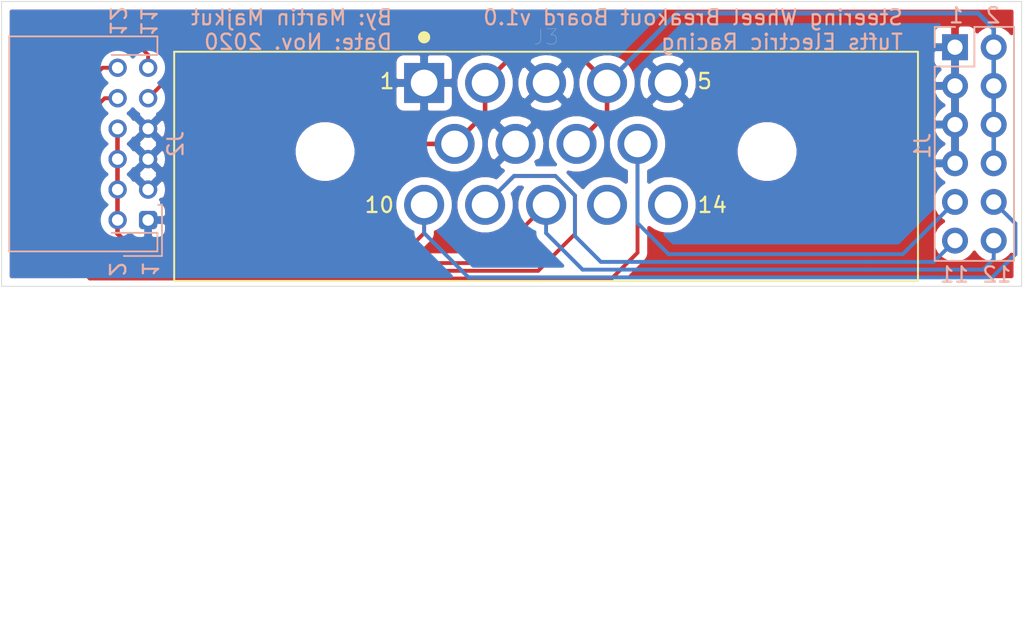
<source format=kicad_pcb>
(kicad_pcb (version 20171130) (host pcbnew "(5.1.4)-1")

  (general
    (thickness 1.6)
    (drawings 18)
    (tracks 87)
    (zones 0)
    (modules 3)
    (nets 9)
  )

  (page A4)
  (title_block
    (title "Steering Wheel Breakout Board")
    (date 2020-11-07)
    (rev v1.0)
    (company "Tufts Electric Racing")
    (comment 3 "Date: Nov. 2020")
    (comment 4 "By: Martin Majkut")
  )

  (layers
    (0 F.Cu signal)
    (31 B.Cu signal)
    (32 B.Adhes user hide)
    (33 F.Adhes user hide)
    (34 B.Paste user hide)
    (35 F.Paste user hide)
    (36 B.SilkS user)
    (37 F.SilkS user)
    (38 B.Mask user)
    (39 F.Mask user)
    (40 Dwgs.User user hide)
    (41 Cmts.User user hide)
    (42 Eco1.User user hide)
    (43 Eco2.User user hide)
    (44 Edge.Cuts user)
    (45 Margin user hide)
    (46 B.CrtYd user hide)
    (47 F.CrtYd user hide)
    (48 B.Fab user hide)
    (49 F.Fab user hide)
  )

  (setup
    (last_trace_width 0.254)
    (user_trace_width 0.29972)
    (trace_clearance 0.254)
    (zone_clearance 0.508)
    (zone_45_only no)
    (trace_min 0.1524)
    (via_size 0.762)
    (via_drill 0.381)
    (via_min_size 0.6858)
    (via_min_drill 0.3302)
    (uvia_size 0.762)
    (uvia_drill 0.381)
    (uvias_allowed no)
    (uvia_min_size 0)
    (uvia_min_drill 0)
    (edge_width 0.05)
    (segment_width 0.2)
    (pcb_text_width 0.3)
    (pcb_text_size 1.5 1.5)
    (mod_edge_width 0.12)
    (mod_text_size 1 1)
    (mod_text_width 0.15)
    (pad_size 1.524 1.524)
    (pad_drill 0.762)
    (pad_to_mask_clearance 0.0508)
    (solder_mask_min_width 0.101)
    (aux_axis_origin 0 0)
    (visible_elements 7FFFFFFF)
    (pcbplotparams
      (layerselection 0x010f0_ffffffff)
      (usegerberextensions false)
      (usegerberattributes false)
      (usegerberadvancedattributes false)
      (creategerberjobfile false)
      (excludeedgelayer true)
      (linewidth 0.100000)
      (plotframeref false)
      (viasonmask false)
      (mode 1)
      (useauxorigin false)
      (hpglpennumber 1)
      (hpglpenspeed 20)
      (hpglpendiameter 15.000000)
      (psnegative false)
      (psa4output false)
      (plotreference true)
      (plotvalue true)
      (plotinvisibletext false)
      (padsonsilk false)
      (subtractmaskfromsilk false)
      (outputformat 1)
      (mirror false)
      (drillshape 0)
      (scaleselection 1)
      (outputdirectory "gerbers"))
  )

  (net 0 "")
  (net 1 GND)
  (net 2 12V)
  (net 3 Start_Input)
  (net 4 CAN_Low)
  (net 5 IMD_LED_Input)
  (net 6 CAN_High)
  (net 7 "Net-(J3-Pad13)")
  (net 8 "Net-(J3-Pad14)")

  (net_class Default "This is the default net class."
    (clearance 0.254)
    (trace_width 0.254)
    (via_dia 0.762)
    (via_drill 0.381)
    (uvia_dia 0.762)
    (uvia_drill 0.381)
    (add_net 12V)
    (add_net CAN_High)
    (add_net CAN_Low)
    (add_net GND)
    (add_net IMD_LED_Input)
    (add_net "Net-(J3-Pad13)")
    (add_net "Net-(J3-Pad14)")
    (add_net Start_Input)
  )

  (module TE-Connectivity_TE_776266-1:TE_776266-1 (layer F.Cu) (tedit 5FA8CD6E) (tstamp 5FAF693A)
    (at 150 100)
    (path /5FA8EFE0)
    (fp_text reference J3 (at -0.0064 -7.0202) (layer F.SilkS)
      (effects (font (size 1.001945 1.001945) (thickness 0.015)))
    )
    (fp_text value Conn_01x14 (at 0.0698 14.2142) (layer F.Fab)
      (effects (font (size 1.000559 1.000559) (thickness 0.015)))
    )
    (fp_line (start -24.4 9) (end 24.4 9) (layer F.Fab) (width 0.127))
    (fp_line (start 24.4 9) (end 24.4 12.55) (layer F.Fab) (width 0.127))
    (fp_line (start 24.4 9) (end 24.4 -6.05) (layer F.Fab) (width 0.127))
    (fp_line (start 24.4 -6.05) (end -24.4 -6.05) (layer F.Fab) (width 0.127))
    (fp_line (start -24.4 -6.05) (end -24.4 9) (layer F.Fab) (width 0.127))
    (fp_text user PCB~edge (at -3.86058 11.5487) (layer F.Fab)
      (effects (font (size 1.000669 1.000669) (thickness 0.015)))
    )
    (fp_line (start -24.4 12.55) (end -24.4 9) (layer F.Fab) (width 0.127))
    (fp_line (start -24.4 12.55) (end -15.7 12.55) (layer F.Fab) (width 0.127))
    (fp_line (start -15.7 12.55) (end 15.7 12.55) (layer F.Fab) (width 0.127))
    (fp_line (start 15.7 12.55) (end 24.4 12.55) (layer F.Fab) (width 0.127))
    (fp_line (start -15.7 12.55) (end -15.7 31.85) (layer F.Fab) (width 0.127))
    (fp_line (start -15.7 31.85) (end 15.7 31.85) (layer F.Fab) (width 0.127))
    (fp_line (start 15.7 31.85) (end 15.7 12.55) (layer F.Fab) (width 0.127))
    (fp_line (start -24.4 9) (end 24.4 9) (layer F.SilkS) (width 0.127))
    (fp_line (start 24.4 9) (end 24.4 -6.05) (layer F.SilkS) (width 0.127))
    (fp_line (start -24.4 -6.05) (end -24.4 9) (layer F.SilkS) (width 0.127))
    (fp_line (start -24.4 -6.05) (end 24.4 -6.05) (layer F.SilkS) (width 0.127))
    (fp_circle (center -8 -7) (end -7.8 -7) (layer F.SilkS) (width 0.4))
    (fp_line (start -24.65 -6.3) (end 24.65 -6.3) (layer F.CrtYd) (width 0.05))
    (fp_line (start 24.65 -6.3) (end 24.65 12.8) (layer F.CrtYd) (width 0.05))
    (fp_line (start 24.65 12.8) (end 15.95 12.8) (layer F.CrtYd) (width 0.05))
    (fp_line (start 15.95 12.8) (end 15.95 32.1) (layer F.CrtYd) (width 0.05))
    (fp_line (start 15.95 32.1) (end -15.95 32.1) (layer F.CrtYd) (width 0.05))
    (fp_line (start -15.95 32.1) (end -15.95 12.8) (layer F.CrtYd) (width 0.05))
    (fp_line (start -15.95 12.8) (end -24.65 12.8) (layer F.CrtYd) (width 0.05))
    (fp_line (start -24.65 12.8) (end -24.65 -6.3) (layer F.CrtYd) (width 0.05))
    (fp_circle (center -8 -4) (end -7.8 -4) (layer F.Fab) (width 0.4))
    (pad 1 thru_hole rect (at -8 -4) (size 2.625 2.625) (drill 1.75) (layers *.Cu *.Mask)
      (net 1 GND))
    (pad 2 thru_hole circle (at -4 -4) (size 2.625 2.625) (drill 1.75) (layers *.Cu *.Mask)
      (net 2 12V))
    (pad 3 thru_hole circle (at 0 -4) (size 2.625 2.625) (drill 1.75) (layers *.Cu *.Mask)
      (net 1 GND))
    (pad 4 thru_hole circle (at 4 -4) (size 2.625 2.625) (drill 1.75) (layers *.Cu *.Mask)
      (net 2 12V))
    (pad 5 thru_hole circle (at 8 -4) (size 2.625 2.625) (drill 1.75) (layers *.Cu *.Mask)
      (net 1 GND))
    (pad 6 thru_hole circle (at -6 0) (size 2.625 2.625) (drill 1.75) (layers *.Cu *.Mask)
      (net 2 12V))
    (pad 7 thru_hole circle (at -2 0) (size 2.625 2.625) (drill 1.75) (layers *.Cu *.Mask)
      (net 1 GND))
    (pad 8 thru_hole circle (at 2 0) (size 2.625 2.625) (drill 1.75) (layers *.Cu *.Mask)
      (net 2 12V))
    (pad 9 thru_hole circle (at 6 0) (size 2.625 2.625) (drill 1.75) (layers *.Cu *.Mask)
      (net 3 Start_Input))
    (pad 10 thru_hole circle (at -8 4) (size 2.625 2.625) (drill 1.75) (layers *.Cu *.Mask)
      (net 4 CAN_Low))
    (pad 11 thru_hole circle (at -4 4) (size 2.625 2.625) (drill 1.75) (layers *.Cu *.Mask)
      (net 5 IMD_LED_Input))
    (pad 12 thru_hole circle (at 0 4) (size 2.625 2.625) (drill 1.75) (layers *.Cu *.Mask)
      (net 6 CAN_High))
    (pad 13 thru_hole circle (at 4 4) (size 2.625 2.625) (drill 1.75) (layers *.Cu *.Mask)
      (net 7 "Net-(J3-Pad13)"))
    (pad 14 thru_hole circle (at 8 4) (size 2.625 2.625) (drill 1.75) (layers *.Cu *.Mask)
      (net 8 "Net-(J3-Pad14)"))
    (pad None np_thru_hole circle (at -14.5 0.5) (size 2.85 2.85) (drill 2.85) (layers *.Cu *.Mask))
    (pad None np_thru_hole circle (at 14.5 0.5) (size 2.85 2.85) (drill 2.85) (layers *.Cu *.Mask))
  )

  (module Connector_PinSocket_2.54mm:PinSocket_2x06_P2.54mm_Vertical (layer B.Cu) (tedit 5A19A42B) (tstamp 5FAF5F32)
    (at 176.83 93.65 180)
    (descr "Through hole straight socket strip, 2x06, 2.54mm pitch, double cols (from Kicad 4.0.7), script generated")
    (tags "Through hole socket strip THT 2x06 2.54mm double row")
    (path /5FAA108C)
    (fp_text reference J1 (at 2.1336 -6.477 270) (layer B.SilkS)
      (effects (font (size 1 1) (thickness 0.15)) (justify mirror))
    )
    (fp_text value Conn_02x06_Test_Pins (at -1.27 -15.47) (layer B.Fab)
      (effects (font (size 1 1) (thickness 0.15)) (justify mirror))
    )
    (fp_line (start -3.81 1.27) (end 0.27 1.27) (layer B.Fab) (width 0.1))
    (fp_line (start 0.27 1.27) (end 1.27 0.27) (layer B.Fab) (width 0.1))
    (fp_line (start 1.27 0.27) (end 1.27 -13.97) (layer B.Fab) (width 0.1))
    (fp_line (start 1.27 -13.97) (end -3.81 -13.97) (layer B.Fab) (width 0.1))
    (fp_line (start -3.81 -13.97) (end -3.81 1.27) (layer B.Fab) (width 0.1))
    (fp_line (start -3.87 1.33) (end -1.27 1.33) (layer B.SilkS) (width 0.12))
    (fp_line (start -3.87 1.33) (end -3.87 -14.03) (layer B.SilkS) (width 0.12))
    (fp_line (start -3.87 -14.03) (end 1.33 -14.03) (layer B.SilkS) (width 0.12))
    (fp_line (start 1.33 -1.27) (end 1.33 -14.03) (layer B.SilkS) (width 0.12))
    (fp_line (start -1.27 -1.27) (end 1.33 -1.27) (layer B.SilkS) (width 0.12))
    (fp_line (start -1.27 1.33) (end -1.27 -1.27) (layer B.SilkS) (width 0.12))
    (fp_line (start 1.33 1.33) (end 1.33 0) (layer B.SilkS) (width 0.12))
    (fp_line (start 0 1.33) (end 1.33 1.33) (layer B.SilkS) (width 0.12))
    (fp_line (start -4.34 1.8) (end 1.76 1.8) (layer B.CrtYd) (width 0.05))
    (fp_line (start 1.76 1.8) (end 1.76 -14.45) (layer B.CrtYd) (width 0.05))
    (fp_line (start 1.76 -14.45) (end -4.34 -14.45) (layer B.CrtYd) (width 0.05))
    (fp_line (start -4.34 -14.45) (end -4.34 1.8) (layer B.CrtYd) (width 0.05))
    (fp_text user %R (at -1.27 -6.35 270) (layer B.Fab)
      (effects (font (size 1 1) (thickness 0.15)) (justify mirror))
    )
    (pad 1 thru_hole rect (at 0 0 180) (size 1.7 1.7) (drill 1) (layers *.Cu *.Mask)
      (net 1 GND))
    (pad 2 thru_hole oval (at -2.54 0 180) (size 1.7 1.7) (drill 1) (layers *.Cu *.Mask)
      (net 2 12V))
    (pad 3 thru_hole oval (at 0 -2.54 180) (size 1.7 1.7) (drill 1) (layers *.Cu *.Mask)
      (net 1 GND))
    (pad 4 thru_hole oval (at -2.54 -2.54 180) (size 1.7 1.7) (drill 1) (layers *.Cu *.Mask)
      (net 2 12V))
    (pad 5 thru_hole oval (at 0 -5.08 180) (size 1.7 1.7) (drill 1) (layers *.Cu *.Mask)
      (net 1 GND))
    (pad 6 thru_hole oval (at -2.54 -5.08 180) (size 1.7 1.7) (drill 1) (layers *.Cu *.Mask)
      (net 2 12V))
    (pad 7 thru_hole oval (at 0 -7.62 180) (size 1.7 1.7) (drill 1) (layers *.Cu *.Mask)
      (net 1 GND))
    (pad 8 thru_hole oval (at -2.54 -7.62 180) (size 1.7 1.7) (drill 1) (layers *.Cu *.Mask)
      (net 2 12V))
    (pad 9 thru_hole oval (at 0 -10.16 180) (size 1.7 1.7) (drill 1) (layers *.Cu *.Mask)
      (net 3 Start_Input))
    (pad 10 thru_hole oval (at -2.54 -10.16 180) (size 1.7 1.7) (drill 1) (layers *.Cu *.Mask)
      (net 4 CAN_Low))
    (pad 11 thru_hole oval (at 0 -12.7 180) (size 1.7 1.7) (drill 1) (layers *.Cu *.Mask)
      (net 5 IMD_LED_Input))
    (pad 12 thru_hole oval (at -2.54 -12.7 180) (size 1.7 1.7) (drill 1) (layers *.Cu *.Mask)
      (net 6 CAN_High))
    (model ${KISYS3DMOD}/Connector_PinSocket_2.54mm.3dshapes/PinSocket_2x06_P2.54mm_Vertical.wrl
      (at (xyz 0 0 0))
      (scale (xyz 1 1 1))
      (rotate (xyz 0 0 0))
    )
  )

  (module Connector_JST:JST_PHD_S12B-PHDSS_2x06_P2.00mm_Horizontal (layer B.Cu) (tedit 5B8F1C64) (tstamp 5FAF66E9)
    (at 123.89 105 90)
    (descr "JST PHD series connector, S12B-PHDSS (http://www.jst-mfg.com/product/pdf/eng/ePHD.pdf), generated with kicad-footprint-generator")
    (tags "connector JST PHD horizontal")
    (path /5FA8C100)
    (fp_text reference J2 (at 5 1.8 -90) (layer B.SilkS)
      (effects (font (size 1 1) (thickness 0.15)) (justify mirror))
    )
    (fp_text value Conn_02x06_Steering_Wheel_Quick_Release (at 5 -10.2 -90) (layer B.Fab)
      (effects (font (size 1 1) (thickness 0.15)) (justify mirror))
    )
    (fp_line (start -1.95 0.5) (end -0.95 0.5) (layer B.Fab) (width 0.1))
    (fp_line (start -0.95 0.5) (end -0.95 -2.5) (layer B.Fab) (width 0.1))
    (fp_line (start -0.95 -2.5) (end 10.95 -2.5) (layer B.Fab) (width 0.1))
    (fp_line (start 10.95 -2.5) (end 10.95 0.5) (layer B.Fab) (width 0.1))
    (fp_line (start 10.95 0.5) (end 11.95 0.5) (layer B.Fab) (width 0.1))
    (fp_line (start 11.95 0.5) (end 11.95 -9) (layer B.Fab) (width 0.1))
    (fp_line (start 11.95 -9) (end -1.95 -9) (layer B.Fab) (width 0.1))
    (fp_line (start -1.95 -9) (end -1.95 0.5) (layer B.Fab) (width 0.1))
    (fp_line (start -2.45 1.1) (end -2.45 -9.5) (layer B.CrtYd) (width 0.05))
    (fp_line (start -2.45 -9.5) (end 12.45 -9.5) (layer B.CrtYd) (width 0.05))
    (fp_line (start 12.45 -9.5) (end 12.45 1.1) (layer B.CrtYd) (width 0.05))
    (fp_line (start 12.45 1.1) (end -2.45 1.1) (layer B.CrtYd) (width 0.05))
    (fp_line (start -0.84 -2.39) (end -0.84 0.61) (layer B.SilkS) (width 0.12))
    (fp_line (start -0.84 0.61) (end -2.06 0.61) (layer B.SilkS) (width 0.12))
    (fp_line (start -2.06 0.61) (end -2.06 -9.11) (layer B.SilkS) (width 0.12))
    (fp_line (start -2.06 -9.11) (end 5 -9.11) (layer B.SilkS) (width 0.12))
    (fp_line (start 10.84 -2.39) (end 10.84 0.61) (layer B.SilkS) (width 0.12))
    (fp_line (start 10.84 0.61) (end 12.06 0.61) (layer B.SilkS) (width 0.12))
    (fp_line (start 12.06 0.61) (end 12.06 -9.11) (layer B.SilkS) (width 0.12))
    (fp_line (start 12.06 -9.11) (end 5 -9.11) (layer B.SilkS) (width 0.12))
    (fp_line (start 1 0.66) (end 1 0.91) (layer B.SilkS) (width 0.12))
    (fp_line (start 1 0.91) (end -2.36 0.91) (layer B.SilkS) (width 0.12))
    (fp_line (start -2.36 0.91) (end -2.36 -1.59) (layer B.SilkS) (width 0.12))
    (fp_line (start -0.95 0.5) (end -0.242893 0) (layer B.Fab) (width 0.1))
    (fp_line (start -0.242893 0) (end -0.95 -0.5) (layer B.Fab) (width 0.1))
    (fp_text user %R (at 5 -4.25 -90) (layer B.Fab)
      (effects (font (size 1 1) (thickness 0.15)) (justify mirror))
    )
    (pad 1 thru_hole roundrect (at 0 0 90) (size 1.2 1.2) (drill 0.75) (layers *.Cu *.Mask) (roundrect_rratio 0.208333)
      (net 1 GND))
    (pad 3 thru_hole circle (at 2 0 90) (size 1.2 1.2) (drill 0.75) (layers *.Cu *.Mask)
      (net 1 GND))
    (pad 5 thru_hole circle (at 4 0 90) (size 1.2 1.2) (drill 0.75) (layers *.Cu *.Mask)
      (net 1 GND))
    (pad 7 thru_hole circle (at 6 0 90) (size 1.2 1.2) (drill 0.75) (layers *.Cu *.Mask)
      (net 1 GND))
    (pad 9 thru_hole circle (at 8 0 90) (size 1.2 1.2) (drill 0.75) (layers *.Cu *.Mask)
      (net 3 Start_Input))
    (pad 11 thru_hole circle (at 10 0 90) (size 1.2 1.2) (drill 0.75) (layers *.Cu *.Mask)
      (net 5 IMD_LED_Input))
    (pad 2 thru_hole circle (at 0 -2 90) (size 1.2 1.2) (drill 0.75) (layers *.Cu *.Mask)
      (net 2 12V))
    (pad 4 thru_hole circle (at 2 -2 90) (size 1.2 1.2) (drill 0.75) (layers *.Cu *.Mask)
      (net 2 12V))
    (pad 6 thru_hole circle (at 4 -2 90) (size 1.2 1.2) (drill 0.75) (layers *.Cu *.Mask)
      (net 2 12V))
    (pad 8 thru_hole circle (at 6 -2 90) (size 1.2 1.2) (drill 0.75) (layers *.Cu *.Mask)
      (net 2 12V))
    (pad 10 thru_hole circle (at 8 -2 90) (size 1.2 1.2) (drill 0.75) (layers *.Cu *.Mask)
      (net 4 CAN_Low))
    (pad 12 thru_hole circle (at 10 -2 90) (size 1.2 1.2) (drill 0.75) (layers *.Cu *.Mask)
      (net 6 CAN_High))
    (model ${KISYS3DMOD}/Connector_JST.3dshapes/JST_PHD_S12B-PHDSS_2x06_P2.00mm_Horizontal.wrl
      (at (xyz 0 0 0))
      (scale (xyz 1 1 1))
      (rotate (xyz 0 0 0))
    )
  )

  (gr_line (start 114.28 90.65) (end 181.2 90.65) (layer Edge.Cuts) (width 0.05))
  (gr_line (start 181.2 90.65) (end 181.2 109.35) (layer Edge.Cuts) (width 0.05))
  (gr_line (start 114.28 109.35) (end 181.2 109.35) (layer Edge.Cuts) (width 0.05))
  (gr_line (start 114.28 90.65) (end 114.28 109.35) (layer Edge.Cuts) (width 0.05))
  (gr_text "By: Martin Majkut\nDate: Nov. 2020" (at 140 92.5) (layer B.SilkS)
    (effects (font (size 1 1) (thickness 0.15)) (justify left mirror))
  )
  (gr_text "Steering Wheel Breakout Board v1.0\nTufts Electric Racing" (at 173.5 92.5) (layer B.SilkS)
    (effects (font (size 1 1) (thickness 0.15)) (justify left mirror))
  )
  (gr_text 12 (at 121.8946 91.9226 270) (layer B.SilkS) (tstamp 5FAF6907)
    (effects (font (size 1 1) (thickness 0.15)) (justify mirror))
  )
  (gr_text 11 (at 123.9012 91.948 270) (layer B.SilkS) (tstamp 5FAF690A)
    (effects (font (size 1 1) (thickness 0.15)) (justify mirror))
  )
  (gr_text 2 (at 121.8438 108.2294 270) (layer B.SilkS) (tstamp 5FAF6904)
    (effects (font (size 1 1) (thickness 0.15)) (justify mirror))
  )
  (gr_text 1 (at 124.0028 108.204 270) (layer B.SilkS) (tstamp 5FAF6901)
    (effects (font (size 1 1) (thickness 0.15)) (justify mirror))
  )
  (gr_text 12 (at 179.578 108.585) (layer B.SilkS)
    (effects (font (size 1 1) (thickness 0.15)) (justify mirror))
  )
  (gr_text 11 (at 176.784 108.585) (layer B.SilkS)
    (effects (font (size 1 1) (thickness 0.15)) (justify mirror))
  )
  (gr_text 2 (at 179.324 91.567) (layer B.SilkS) (tstamp 5FA8DE38)
    (effects (font (size 1 1) (thickness 0.15)) (justify mirror))
  )
  (gr_text 1 (at 176.911 91.567) (layer B.SilkS)
    (effects (font (size 1 1) (thickness 0.15)) (justify mirror))
  )
  (gr_text 14 (at 160.909 104.013) (layer F.SilkS) (tstamp 5FA8DE38)
    (effects (font (size 1 1) (thickness 0.15)))
  )
  (gr_text 10 (at 139.065 104.013) (layer F.SilkS) (tstamp 5FA8DEB2)
    (effects (font (size 1 1) (thickness 0.15)))
  )
  (gr_text 5 (at 160.401 95.885) (layer F.SilkS) (tstamp 5FA8DE3D)
    (effects (font (size 1 1) (thickness 0.15)))
  )
  (gr_text 1 (at 139.573 95.885) (layer F.SilkS)
    (effects (font (size 1 1) (thickness 0.15)))
  )

  (segment (start 121.881 101.0444) (end 121.881 99.0444) (width 0.29972) (layer F.Cu) (net 2))
  (segment (start 121.881 105.892928) (end 121.881 101.0444) (width 0.29972) (layer F.Cu) (net 2))
  (segment (start 122.464872 106.4768) (end 121.881 105.892928) (width 0.29972) (layer F.Cu) (net 2))
  (segment (start 135.667045 106.4768) (end 122.464872 106.4768) (width 0.29972) (layer F.Cu) (net 2))
  (segment (start 142.143845 100) (end 135.667045 106.4768) (width 0.29972) (layer F.Cu) (net 2))
  (segment (start 144 100) (end 142.143845 100) (width 0.29972) (layer F.Cu) (net 2))
  (segment (start 146 98) (end 146 96) (width 0.29972) (layer F.Cu) (net 2))
  (segment (start 144 100) (end 146 98) (width 0.29972) (layer F.Cu) (net 2))
  (segment (start 146 96) (end 148.274 93.726) (width 0.29972) (layer F.Cu) (net 2))
  (segment (start 151.726 93.726) (end 154 96) (width 0.29972) (layer F.Cu) (net 2))
  (segment (start 148.274 93.726) (end 151.726 93.726) (width 0.29972) (layer F.Cu) (net 2))
  (segment (start 154 98) (end 152 100) (width 0.29972) (layer F.Cu) (net 2))
  (segment (start 154 96) (end 154 98) (width 0.29972) (layer F.Cu) (net 2))
  (segment (start 179.37 101.27) (end 179.37 98.73) (width 0.29972) (layer B.Cu) (net 2))
  (segment (start 179.37 98.73) (end 179.37 96.19) (width 0.29972) (layer B.Cu) (net 2))
  (segment (start 179.37 96.19) (end 179.37 93.65) (width 0.29972) (layer B.Cu) (net 2))
  (segment (start 158.5854 91.4146) (end 154 96) (width 0.29972) (layer B.Cu) (net 2))
  (segment (start 178.336681 91.4146) (end 158.5854 91.4146) (width 0.29972) (layer B.Cu) (net 2))
  (segment (start 179.37 92.447919) (end 178.336681 91.4146) (width 0.29972) (layer B.Cu) (net 2))
  (segment (start 179.37 93.65) (end 179.37 92.447919) (width 0.29972) (layer B.Cu) (net 2))
  (segment (start 118.744973 94.810993) (end 118.744973 107.514471) (width 0.254) (layer F.Cu) (net 3))
  (segment (start 118.745 94.810966) (end 118.744973 94.810993) (width 0.254) (layer F.Cu) (net 3))
  (segment (start 123.89 97) (end 125.2728 95.6172) (width 0.254) (layer F.Cu) (net 3))
  (segment (start 124.0028 92.7608) (end 120.0404 92.7608) (width 0.254) (layer F.Cu) (net 3))
  (segment (start 125.2728 95.6172) (end 125.2728 94.0308) (width 0.254) (layer F.Cu) (net 3))
  (segment (start 120.0404 92.7608) (end 118.745 94.0562) (width 0.254) (layer F.Cu) (net 3))
  (segment (start 125.2728 94.0308) (end 124.0028 92.7608) (width 0.254) (layer F.Cu) (net 3))
  (segment (start 118.745 94.0562) (end 118.745 94.810966) (width 0.254) (layer F.Cu) (net 3))
  (segment (start 120.069502 108.839) (end 118.744973 107.514471) (width 0.254) (layer F.Cu) (net 3))
  (segment (start 154.305 108.839) (end 120.069502 108.839) (width 0.254) (layer F.Cu) (net 3))
  (segment (start 156 100) (end 156 107.144) (width 0.254) (layer F.Cu) (net 3))
  (segment (start 156 107.144) (end 154.305 108.839) (width 0.254) (layer F.Cu) (net 3))
  (segment (start 156 105.2) (end 156 100) (width 0.254) (layer B.Cu) (net 3))
  (segment (start 158.03877 107.23877) (end 156 105.2) (width 0.254) (layer B.Cu) (net 3))
  (segment (start 176.83 103.81) (end 173.40123 107.23877) (width 0.254) (layer B.Cu) (net 3))
  (segment (start 173.40123 107.23877) (end 158.03877 107.23877) (width 0.254) (layer B.Cu) (net 3))
  (segment (start 120.269 97.772472) (end 120.269 106.8832) (width 0.254) (layer F.Cu) (net 4))
  (segment (start 121.041472 97) (end 120.269 97.772472) (width 0.254) (layer F.Cu) (net 4))
  (segment (start 121.89 97) (end 121.041472 97) (width 0.254) (layer F.Cu) (net 4))
  (segment (start 142 105.856155) (end 140.541185 107.31497) (width 0.254) (layer F.Cu) (net 4))
  (segment (start 142 104) (end 142 105.856155) (width 0.254) (layer F.Cu) (net 4))
  (segment (start 120.70077 107.31497) (end 120.269 106.8832) (width 0.254) (layer F.Cu) (net 4))
  (segment (start 140.541185 107.31497) (end 120.70077 107.31497) (width 0.254) (layer F.Cu) (net 4))
  (segment (start 142 105.856155) (end 142 104) (width 0.254) (layer B.Cu) (net 4))
  (segment (start 144.906645 108.7628) (end 142 105.856155) (width 0.254) (layer B.Cu) (net 4))
  (segment (start 179.2732 108.7628) (end 144.906645 108.7628) (width 0.254) (layer B.Cu) (net 4))
  (segment (start 180.79399 107.24201) (end 179.2732 108.7628) (width 0.254) (layer B.Cu) (net 4))
  (segment (start 179.37 103.81) (end 180.79399 105.23399) (width 0.254) (layer B.Cu) (net 4))
  (segment (start 180.79399 105.23399) (end 180.79399 107.24201) (width 0.254) (layer B.Cu) (net 4))
  (segment (start 147.892 102.108) (end 150.622 102.108) (width 0.254) (layer B.Cu) (net 5))
  (segment (start 146 104) (end 147.892 102.108) (width 0.254) (layer B.Cu) (net 5))
  (segment (start 150.622 102.108) (end 151.892 103.378) (width 0.254) (layer B.Cu) (net 5))
  (segment (start 151.892 103.378) (end 151.892 106.045) (width 0.254) (layer B.Cu) (net 5))
  (segment (start 151.892 106.045) (end 153.59378 107.74678) (width 0.254) (layer B.Cu) (net 5))
  (segment (start 123.413728 93.6752) (end 123.89 94.151472) (width 0.254) (layer F.Cu) (net 5))
  (segment (start 120.5992 93.6752) (end 123.413728 93.6752) (width 0.254) (layer F.Cu) (net 5))
  (segment (start 119.253 95.0214) (end 120.5992 93.6752) (width 0.254) (layer F.Cu) (net 5))
  (segment (start 119.253 96.105438) (end 119.253 95.0214) (width 0.254) (layer F.Cu) (net 5))
  (segment (start 119.252981 96.105457) (end 119.253 96.105438) (width 0.254) (layer F.Cu) (net 5))
  (segment (start 119.252982 107.304048) (end 119.252981 96.105457) (width 0.254) (layer F.Cu) (net 5))
  (segment (start 120.279934 108.331) (end 119.252982 107.304048) (width 0.254) (layer F.Cu) (net 5))
  (segment (start 120.777 108.331) (end 120.279934 108.331) (width 0.254) (layer F.Cu) (net 5))
  (segment (start 120.77701 108.33099) (end 120.777 108.331) (width 0.254) (layer F.Cu) (net 5))
  (segment (start 146 104) (end 147.892 102.108) (width 0.254) (layer F.Cu) (net 5))
  (segment (start 150.614382 102.108) (end 151.892 103.385618) (width 0.254) (layer F.Cu) (net 5))
  (segment (start 151.892 103.385618) (end 151.892 105.918) (width 0.254) (layer F.Cu) (net 5))
  (segment (start 147.892 102.108) (end 150.614382 102.108) (width 0.254) (layer F.Cu) (net 5))
  (segment (start 151.892 105.918) (end 149.47901 108.33099) (width 0.254) (layer F.Cu) (net 5))
  (segment (start 123.89 94.151472) (end 123.89 95) (width 0.254) (layer F.Cu) (net 5))
  (segment (start 149.47901 108.33099) (end 120.77701 108.33099) (width 0.254) (layer F.Cu) (net 5))
  (segment (start 176.83 106.35) (end 175.43322 107.74678) (width 0.254) (layer B.Cu) (net 5))
  (segment (start 153.59378 107.74678) (end 170.99278 107.74678) (width 0.254) (layer B.Cu) (net 5))
  (segment (start 170.99278 107.74678) (end 171.42462 107.74678) (width 0.254) (layer B.Cu) (net 5))
  (segment (start 175.43322 107.74678) (end 170.99278 107.74678) (width 0.254) (layer B.Cu) (net 5))
  (segment (start 120.9 95) (end 121.89 95) (width 0.254) (layer F.Cu) (net 6))
  (segment (start 119.76099 96.13901) (end 120.9 95) (width 0.254) (layer F.Cu) (net 6))
  (segment (start 119.760991 107.093625) (end 119.76099 96.13901) (width 0.254) (layer F.Cu) (net 6))
  (segment (start 150 104.490434) (end 149.987 104.503434) (width 0.254) (layer B.Cu) (net 6))
  (segment (start 150 104) (end 150 104.490434) (width 0.254) (layer B.Cu) (net 6))
  (segment (start 150 104) (end 146.17702 107.82298) (width 0.254) (layer F.Cu) (net 6))
  (segment (start 120.490346 107.82298) (end 119.760991 107.093625) (width 0.254) (layer F.Cu) (net 6))
  (segment (start 146.17702 107.82298) (end 120.490346 107.82298) (width 0.254) (layer F.Cu) (net 6))
  (segment (start 150 105.856155) (end 150 104) (width 0.254) (layer B.Cu) (net 6))
  (segment (start 152.398635 108.25479) (end 150 105.856155) (width 0.254) (layer B.Cu) (net 6))
  (segment (start 178.667291 108.25479) (end 152.398635 108.25479) (width 0.254) (layer B.Cu) (net 6))
  (segment (start 179.37 107.552081) (end 178.667291 108.25479) (width 0.254) (layer B.Cu) (net 6))
  (segment (start 179.37 106.35) (end 179.37 107.552081) (width 0.254) (layer B.Cu) (net 6))

  (zone (net 1) (net_name GND) (layer F.Cu) (tstamp 5FB0B5ED) (hatch edge 0.508)
    (connect_pads (clearance 0.508))
    (min_thickness 0.254)
    (fill yes (arc_segments 32) (thermal_gap 0.508) (thermal_bridge_width 0.508))
    (polygon
      (pts
        (xy 114.173 90.551) (xy 114.173 109.474) (xy 181.356 109.474) (xy 181.356 90.551)
      )
    )
    (filled_polygon
      (pts
        (xy 180.54 92.734831) (xy 180.425134 92.594866) (xy 180.199014 92.409294) (xy 179.941034 92.271401) (xy 179.661111 92.186487)
        (xy 179.44295 92.165) (xy 179.29705 92.165) (xy 179.078889 92.186487) (xy 178.798966 92.271401) (xy 178.540986 92.409294)
        (xy 178.314866 92.594866) (xy 178.290393 92.624687) (xy 178.269502 92.55582) (xy 178.210537 92.445506) (xy 178.131185 92.348815)
        (xy 178.034494 92.269463) (xy 177.92418 92.210498) (xy 177.804482 92.174188) (xy 177.68 92.161928) (xy 177.11575 92.165)
        (xy 176.957 92.32375) (xy 176.957 93.523) (xy 176.977 93.523) (xy 176.977 93.777) (xy 176.957 93.777)
        (xy 176.957 96.063) (xy 176.977 96.063) (xy 176.977 96.317) (xy 176.957 96.317) (xy 176.957 98.603)
        (xy 176.977 98.603) (xy 176.977 98.857) (xy 176.957 98.857) (xy 176.957 101.143) (xy 176.977 101.143)
        (xy 176.977 101.397) (xy 176.957 101.397) (xy 176.957 101.417) (xy 176.703 101.417) (xy 176.703 101.397)
        (xy 175.509845 101.397) (xy 175.388524 101.62689) (xy 175.433175 101.774099) (xy 175.558359 102.03692) (xy 175.732412 102.270269)
        (xy 175.948645 102.465178) (xy 176.065523 102.534799) (xy 176.000986 102.569294) (xy 175.774866 102.754866) (xy 175.589294 102.980986)
        (xy 175.451401 103.238966) (xy 175.366487 103.518889) (xy 175.337815 103.81) (xy 175.366487 104.101111) (xy 175.451401 104.381034)
        (xy 175.589294 104.639014) (xy 175.774866 104.865134) (xy 176.000986 105.050706) (xy 176.055791 105.08) (xy 176.000986 105.109294)
        (xy 175.774866 105.294866) (xy 175.589294 105.520986) (xy 175.451401 105.778966) (xy 175.366487 106.058889) (xy 175.337815 106.35)
        (xy 175.366487 106.641111) (xy 175.451401 106.921034) (xy 175.589294 107.179014) (xy 175.774866 107.405134) (xy 176.000986 107.590706)
        (xy 176.258966 107.728599) (xy 176.538889 107.813513) (xy 176.75705 107.835) (xy 176.90295 107.835) (xy 177.121111 107.813513)
        (xy 177.401034 107.728599) (xy 177.659014 107.590706) (xy 177.885134 107.405134) (xy 178.070706 107.179014) (xy 178.1 107.124209)
        (xy 178.129294 107.179014) (xy 178.314866 107.405134) (xy 178.540986 107.590706) (xy 178.798966 107.728599) (xy 179.078889 107.813513)
        (xy 179.29705 107.835) (xy 179.44295 107.835) (xy 179.661111 107.813513) (xy 179.941034 107.728599) (xy 180.199014 107.590706)
        (xy 180.425134 107.405134) (xy 180.540001 107.265168) (xy 180.540001 108.69) (xy 155.53163 108.69) (xy 156.512352 107.709279)
        (xy 156.541422 107.685422) (xy 156.582764 107.635047) (xy 156.636645 107.569393) (xy 156.69863 107.453426) (xy 156.707402 107.437015)
        (xy 156.750974 107.293378) (xy 156.762 107.181426) (xy 156.762 107.181423) (xy 156.765686 107.144) (xy 156.762 107.106577)
        (xy 156.762 105.515033) (xy 157.077513 105.725852) (xy 157.431935 105.872659) (xy 157.808188 105.9475) (xy 158.191812 105.9475)
        (xy 158.568065 105.872659) (xy 158.922487 105.725852) (xy 159.241459 105.512722) (xy 159.512722 105.241459) (xy 159.725852 104.922487)
        (xy 159.872659 104.568065) (xy 159.9475 104.191812) (xy 159.9475 103.808188) (xy 159.872659 103.431935) (xy 159.725852 103.077513)
        (xy 159.512722 102.758541) (xy 159.241459 102.487278) (xy 158.922487 102.274148) (xy 158.568065 102.127341) (xy 158.191812 102.0525)
        (xy 157.808188 102.0525) (xy 157.431935 102.127341) (xy 157.077513 102.274148) (xy 156.762 102.484967) (xy 156.762 101.792328)
        (xy 156.922487 101.725852) (xy 157.241459 101.512722) (xy 157.512722 101.241459) (xy 157.725852 100.922487) (xy 157.872659 100.568065)
        (xy 157.926555 100.297108) (xy 162.44 100.297108) (xy 162.44 100.702892) (xy 162.519165 101.10088) (xy 162.674452 101.475776)
        (xy 162.899894 101.813173) (xy 163.186827 102.100106) (xy 163.524224 102.325548) (xy 163.89912 102.480835) (xy 164.297108 102.56)
        (xy 164.702892 102.56) (xy 165.10088 102.480835) (xy 165.475776 102.325548) (xy 165.813173 102.100106) (xy 166.100106 101.813173)
        (xy 166.325548 101.475776) (xy 166.480835 101.10088) (xy 166.56 100.702892) (xy 166.56 100.297108) (xy 166.480835 99.89912)
        (xy 166.325548 99.524224) (xy 166.100106 99.186827) (xy 166.000169 99.08689) (xy 175.388524 99.08689) (xy 175.433175 99.234099)
        (xy 175.558359 99.49692) (xy 175.732412 99.730269) (xy 175.948645 99.925178) (xy 176.074255 100) (xy 175.948645 100.074822)
        (xy 175.732412 100.269731) (xy 175.558359 100.50308) (xy 175.433175 100.765901) (xy 175.388524 100.91311) (xy 175.509845 101.143)
        (xy 176.703 101.143) (xy 176.703 98.857) (xy 175.509845 98.857) (xy 175.388524 99.08689) (xy 166.000169 99.08689)
        (xy 165.813173 98.899894) (xy 165.475776 98.674452) (xy 165.10088 98.519165) (xy 164.702892 98.44) (xy 164.297108 98.44)
        (xy 163.89912 98.519165) (xy 163.524224 98.674452) (xy 163.186827 98.899894) (xy 162.899894 99.186827) (xy 162.674452 99.524224)
        (xy 162.519165 99.89912) (xy 162.44 100.297108) (xy 157.926555 100.297108) (xy 157.9475 100.191812) (xy 157.9475 99.808188)
        (xy 157.872659 99.431935) (xy 157.725852 99.077513) (xy 157.512722 98.758541) (xy 157.241459 98.487278) (xy 156.922487 98.274148)
        (xy 156.568065 98.127341) (xy 156.191812 98.0525) (xy 155.808188 98.0525) (xy 155.431935 98.127341) (xy 155.077513 98.274148)
        (xy 154.758541 98.487278) (xy 154.487278 98.758541) (xy 154.274148 99.077513) (xy 154.127341 99.431935) (xy 154.0525 99.808188)
        (xy 154.0525 100.191812) (xy 154.127341 100.568065) (xy 154.274148 100.922487) (xy 154.487278 101.241459) (xy 154.758541 101.512722)
        (xy 155.077513 101.725852) (xy 155.238 101.792328) (xy 155.238 102.484967) (xy 154.922487 102.274148) (xy 154.568065 102.127341)
        (xy 154.191812 102.0525) (xy 153.808188 102.0525) (xy 153.431935 102.127341) (xy 153.077513 102.274148) (xy 152.758541 102.487278)
        (xy 152.487278 102.758541) (xy 152.431241 102.842406) (xy 152.404347 102.820335) (xy 151.462813 101.878801) (xy 151.808188 101.9475)
        (xy 152.191812 101.9475) (xy 152.568065 101.872659) (xy 152.922487 101.725852) (xy 153.241459 101.512722) (xy 153.512722 101.241459)
        (xy 153.725852 100.922487) (xy 153.872659 100.568065) (xy 153.9475 100.191812) (xy 153.9475 99.808188) (xy 153.872659 99.431935)
        (xy 153.815652 99.294308) (xy 154.52772 98.58224) (xy 154.557665 98.557665) (xy 154.655744 98.438154) (xy 154.728624 98.301806)
        (xy 154.773503 98.153859) (xy 154.78486 98.038551) (xy 154.78486 98.03855) (xy 154.788657 98.000001) (xy 154.78486 97.961452)
        (xy 154.78486 97.782859) (xy 154.922487 97.725852) (xy 155.241459 97.512722) (xy 155.396053 97.358128) (xy 156.821477 97.358128)
        (xy 156.954919 97.654496) (xy 157.297776 97.82659) (xy 157.66762 97.92849) (xy 158.050236 97.956279) (xy 158.430921 97.908889)
        (xy 158.795048 97.788142) (xy 159.045081 97.654496) (xy 159.178523 97.358128) (xy 158 96.179605) (xy 156.821477 97.358128)
        (xy 155.396053 97.358128) (xy 155.512722 97.241459) (xy 155.725852 96.922487) (xy 155.872659 96.568065) (xy 155.9475 96.191812)
        (xy 155.9475 96.050236) (xy 156.043721 96.050236) (xy 156.091111 96.430921) (xy 156.211858 96.795048) (xy 156.345504 97.045081)
        (xy 156.641872 97.178523) (xy 157.820395 96) (xy 158.179605 96) (xy 159.358128 97.178523) (xy 159.654496 97.045081)
        (xy 159.82659 96.702224) (xy 159.869387 96.54689) (xy 175.388524 96.54689) (xy 175.433175 96.694099) (xy 175.558359 96.95692)
        (xy 175.732412 97.190269) (xy 175.948645 97.385178) (xy 176.074255 97.46) (xy 175.948645 97.534822) (xy 175.732412 97.729731)
        (xy 175.558359 97.96308) (xy 175.433175 98.225901) (xy 175.388524 98.37311) (xy 175.509845 98.603) (xy 176.703 98.603)
        (xy 176.703 96.317) (xy 175.509845 96.317) (xy 175.388524 96.54689) (xy 159.869387 96.54689) (xy 159.92849 96.33238)
        (xy 159.956279 95.949764) (xy 159.908889 95.569079) (xy 159.788142 95.204952) (xy 159.654496 94.954919) (xy 159.358128 94.821477)
        (xy 158.179605 96) (xy 157.820395 96) (xy 156.641872 94.821477) (xy 156.345504 94.954919) (xy 156.17341 95.297776)
        (xy 156.07151 95.66762) (xy 156.043721 96.050236) (xy 155.9475 96.050236) (xy 155.9475 95.808188) (xy 155.872659 95.431935)
        (xy 155.725852 95.077513) (xy 155.512722 94.758541) (xy 155.396053 94.641872) (xy 156.821477 94.641872) (xy 158 95.820395)
        (xy 159.178523 94.641872) (xy 159.114645 94.5) (xy 175.341928 94.5) (xy 175.354188 94.624482) (xy 175.390498 94.74418)
        (xy 175.449463 94.854494) (xy 175.528815 94.951185) (xy 175.625506 95.030537) (xy 175.73582 95.089502) (xy 175.816466 95.113966)
        (xy 175.732412 95.189731) (xy 175.558359 95.42308) (xy 175.433175 95.685901) (xy 175.388524 95.83311) (xy 175.509845 96.063)
        (xy 176.703 96.063) (xy 176.703 93.777) (xy 175.50375 93.777) (xy 175.345 93.93575) (xy 175.341928 94.5)
        (xy 159.114645 94.5) (xy 159.045081 94.345504) (xy 158.702224 94.17341) (xy 158.33238 94.07151) (xy 157.949764 94.043721)
        (xy 157.569079 94.091111) (xy 157.204952 94.211858) (xy 156.954919 94.345504) (xy 156.821477 94.641872) (xy 155.396053 94.641872)
        (xy 155.241459 94.487278) (xy 154.922487 94.274148) (xy 154.568065 94.127341) (xy 154.191812 94.0525) (xy 153.808188 94.0525)
        (xy 153.431935 94.127341) (xy 153.294307 94.184348) (xy 152.308244 93.198285) (xy 152.283665 93.168335) (xy 152.164154 93.070256)
        (xy 152.027806 92.997376) (xy 151.879859 92.952497) (xy 151.764551 92.94114) (xy 151.764549 92.94114) (xy 151.726 92.937343)
        (xy 151.687451 92.94114) (xy 148.312549 92.94114) (xy 148.274 92.937343) (xy 148.235451 92.94114) (xy 148.235449 92.94114)
        (xy 148.120141 92.952497) (xy 147.972194 92.997376) (xy 147.835845 93.070256) (xy 147.794098 93.104517) (xy 147.716335 93.168335)
        (xy 147.691756 93.198285) (xy 146.705693 94.184348) (xy 146.568065 94.127341) (xy 146.191812 94.0525) (xy 145.808188 94.0525)
        (xy 145.431935 94.127341) (xy 145.077513 94.274148) (xy 144.758541 94.487278) (xy 144.487278 94.758541) (xy 144.274148 95.077513)
        (xy 144.127341 95.431935) (xy 144.0525 95.808188) (xy 144.0525 96.191812) (xy 144.127341 96.568065) (xy 144.274148 96.922487)
        (xy 144.487278 97.241459) (xy 144.758541 97.512722) (xy 145.077513 97.725852) (xy 145.138802 97.751239) (xy 144.705692 98.184348)
        (xy 144.568065 98.127341) (xy 144.191812 98.0525) (xy 143.808188 98.0525) (xy 143.431935 98.127341) (xy 143.077513 98.274148)
        (xy 142.758541 98.487278) (xy 142.487278 98.758541) (xy 142.274148 99.077513) (xy 142.217141 99.21514) (xy 142.182393 99.21514)
        (xy 142.143844 99.211343) (xy 142.105295 99.21514) (xy 142.105294 99.21514) (xy 141.989986 99.226497) (xy 141.842039 99.271376)
        (xy 141.705691 99.344256) (xy 141.58618 99.442335) (xy 141.561605 99.47228) (xy 135.341946 105.69194) (xy 125.119017 105.69194)
        (xy 125.128072 105.6) (xy 125.125 105.28575) (xy 124.96625 105.127) (xy 124.017 105.127) (xy 124.017 105.147)
        (xy 123.763 105.147) (xy 123.763 105.127) (xy 123.743 105.127) (xy 123.743 104.873) (xy 123.763 104.873)
        (xy 123.763 104.853) (xy 124.017 104.853) (xy 124.017 104.873) (xy 124.96625 104.873) (xy 125.125 104.71425)
        (xy 125.128072 104.4) (xy 125.115812 104.275518) (xy 125.079502 104.15582) (xy 125.020537 104.045506) (xy 124.941185 103.948815)
        (xy 124.844494 103.869463) (xy 124.798994 103.845142) (xy 124.856872 103.787264) (xy 124.739766 103.670158) (xy 124.963348 103.622852)
        (xy 125.064237 103.401484) (xy 125.12 103.164687) (xy 125.128495 102.921562) (xy 125.089395 102.681451) (xy 125.004202 102.453582)
        (xy 124.963348 102.377148) (xy 124.739764 102.329841) (xy 124.069605 103) (xy 124.083748 103.014143) (xy 123.904143 103.193748)
        (xy 123.89 103.179605) (xy 123.875858 103.193748) (xy 123.696253 103.014143) (xy 123.710395 103) (xy 123.040236 102.329841)
        (xy 122.941496 102.350733) (xy 122.849287 102.212733) (xy 122.677267 102.040713) (xy 122.66586 102.033091) (xy 122.66586 101.966909)
        (xy 122.677267 101.959287) (xy 122.78679 101.849764) (xy 123.219841 101.849764) (xy 123.251629 102) (xy 123.219841 102.150236)
        (xy 123.89 102.820395) (xy 124.560159 102.150236) (xy 124.528371 102) (xy 124.560159 101.849764) (xy 123.89 101.179605)
        (xy 123.219841 101.849764) (xy 122.78679 101.849764) (xy 122.849287 101.787267) (xy 122.941496 101.649267) (xy 123.040236 101.670159)
        (xy 123.710395 101) (xy 124.069605 101) (xy 124.739764 101.670159) (xy 124.963348 101.622852) (xy 125.064237 101.401484)
        (xy 125.12 101.164687) (xy 125.128495 100.921562) (xy 125.089395 100.681451) (xy 125.004202 100.453582) (xy 124.963348 100.377148)
        (xy 124.739764 100.329841) (xy 124.069605 101) (xy 123.710395 101) (xy 123.040236 100.329841) (xy 122.941496 100.350733)
        (xy 122.849287 100.212733) (xy 122.677267 100.040713) (xy 122.66586 100.033091) (xy 122.66586 99.966909) (xy 122.677267 99.959287)
        (xy 122.78679 99.849764) (xy 123.219841 99.849764) (xy 123.251629 100) (xy 123.219841 100.150236) (xy 123.89 100.820395)
        (xy 124.413287 100.297108) (xy 133.44 100.297108) (xy 133.44 100.702892) (xy 133.519165 101.10088) (xy 133.674452 101.475776)
        (xy 133.899894 101.813173) (xy 134.186827 102.100106) (xy 134.524224 102.325548) (xy 134.89912 102.480835) (xy 135.297108 102.56)
        (xy 135.702892 102.56) (xy 136.10088 102.480835) (xy 136.475776 102.325548) (xy 136.813173 102.100106) (xy 137.100106 101.813173)
        (xy 137.325548 101.475776) (xy 137.480835 101.10088) (xy 137.56 100.702892) (xy 137.56 100.297108) (xy 137.480835 99.89912)
        (xy 137.325548 99.524224) (xy 137.100106 99.186827) (xy 136.813173 98.899894) (xy 136.475776 98.674452) (xy 136.10088 98.519165)
        (xy 135.702892 98.44) (xy 135.297108 98.44) (xy 134.89912 98.519165) (xy 134.524224 98.674452) (xy 134.186827 98.899894)
        (xy 133.899894 99.186827) (xy 133.674452 99.524224) (xy 133.519165 99.89912) (xy 133.44 100.297108) (xy 124.413287 100.297108)
        (xy 124.560159 100.150236) (xy 124.528371 100) (xy 124.560159 99.849764) (xy 123.89 99.179605) (xy 123.219841 99.849764)
        (xy 122.78679 99.849764) (xy 122.849287 99.787267) (xy 122.941496 99.649267) (xy 123.040236 99.670159) (xy 123.710395 99)
        (xy 124.069605 99) (xy 124.739764 99.670159) (xy 124.963348 99.622852) (xy 125.064237 99.401484) (xy 125.12 99.164687)
        (xy 125.128495 98.921562) (xy 125.089395 98.681451) (xy 125.004202 98.453582) (xy 124.963348 98.377148) (xy 124.739764 98.329841)
        (xy 124.069605 99) (xy 123.710395 99) (xy 123.040236 98.329841) (xy 122.941496 98.350733) (xy 122.849287 98.212733)
        (xy 122.677267 98.040713) (xy 122.616336 98) (xy 122.677267 97.959287) (xy 122.849287 97.787267) (xy 122.89 97.726336)
        (xy 122.930713 97.787267) (xy 123.102733 97.959287) (xy 123.240733 98.051496) (xy 123.219841 98.150236) (xy 123.89 98.820395)
        (xy 124.560159 98.150236) (xy 124.539267 98.051496) (xy 124.677267 97.959287) (xy 124.849287 97.787267) (xy 124.984443 97.584992)
        (xy 125.07754 97.360236) (xy 125.087035 97.3125) (xy 140.049428 97.3125) (xy 140.061688 97.436982) (xy 140.097998 97.55668)
        (xy 140.156963 97.666994) (xy 140.236315 97.763685) (xy 140.333006 97.843037) (xy 140.44332 97.902002) (xy 140.563018 97.938312)
        (xy 140.6875 97.950572) (xy 141.71425 97.9475) (xy 141.873 97.78875) (xy 141.873 96.127) (xy 142.127 96.127)
        (xy 142.127 97.78875) (xy 142.28575 97.9475) (xy 143.3125 97.950572) (xy 143.436982 97.938312) (xy 143.55668 97.902002)
        (xy 143.666994 97.843037) (xy 143.763685 97.763685) (xy 143.843037 97.666994) (xy 143.902002 97.55668) (xy 143.938312 97.436982)
        (xy 143.950572 97.3125) (xy 143.9475 96.28575) (xy 143.78875 96.127) (xy 142.127 96.127) (xy 141.873 96.127)
        (xy 140.21125 96.127) (xy 140.0525 96.28575) (xy 140.049428 97.3125) (xy 125.087035 97.3125) (xy 125.125 97.121637)
        (xy 125.125 96.878363) (xy 125.119072 96.848558) (xy 125.785147 96.182483) (xy 125.814222 96.158622) (xy 125.903172 96.050236)
        (xy 125.909445 96.042593) (xy 125.955697 95.95606) (xy 125.980202 95.910215) (xy 126.023774 95.766578) (xy 126.0348 95.654626)
        (xy 126.0348 95.654623) (xy 126.038486 95.6172) (xy 126.0348 95.579777) (xy 126.0348 94.6875) (xy 140.049428 94.6875)
        (xy 140.0525 95.71425) (xy 140.21125 95.873) (xy 141.873 95.873) (xy 141.873 94.21125) (xy 142.127 94.21125)
        (xy 142.127 95.873) (xy 143.78875 95.873) (xy 143.9475 95.71425) (xy 143.950572 94.6875) (xy 143.938312 94.563018)
        (xy 143.902002 94.44332) (xy 143.843037 94.333006) (xy 143.763685 94.236315) (xy 143.666994 94.156963) (xy 143.55668 94.097998)
        (xy 143.436982 94.061688) (xy 143.3125 94.049428) (xy 142.28575 94.0525) (xy 142.127 94.21125) (xy 141.873 94.21125)
        (xy 141.71425 94.0525) (xy 140.6875 94.049428) (xy 140.563018 94.061688) (xy 140.44332 94.097998) (xy 140.333006 94.156963)
        (xy 140.236315 94.236315) (xy 140.156963 94.333006) (xy 140.097998 94.44332) (xy 140.061688 94.563018) (xy 140.049428 94.6875)
        (xy 126.0348 94.6875) (xy 126.0348 94.068222) (xy 126.038486 94.030799) (xy 126.032322 93.968215) (xy 126.023774 93.881422)
        (xy 125.980202 93.737785) (xy 125.909445 93.605408) (xy 125.814222 93.489378) (xy 125.785152 93.465521) (xy 125.119631 92.8)
        (xy 175.341928 92.8) (xy 175.345 93.36425) (xy 175.50375 93.523) (xy 176.703 93.523) (xy 176.703 92.32375)
        (xy 176.54425 92.165) (xy 175.98 92.161928) (xy 175.855518 92.174188) (xy 175.73582 92.210498) (xy 175.625506 92.269463)
        (xy 175.528815 92.348815) (xy 175.449463 92.445506) (xy 175.390498 92.55582) (xy 175.354188 92.675518) (xy 175.341928 92.8)
        (xy 125.119631 92.8) (xy 124.568084 92.248454) (xy 124.544222 92.219378) (xy 124.428192 92.124155) (xy 124.295815 92.053398)
        (xy 124.152178 92.009826) (xy 124.040226 91.9988) (xy 124.040223 91.9988) (xy 124.0028 91.995114) (xy 123.965377 91.9988)
        (xy 120.077822 91.9988) (xy 120.040399 91.995114) (xy 120.002976 91.9988) (xy 120.002974 91.9988) (xy 119.891022 92.009826)
        (xy 119.747385 92.053398) (xy 119.615008 92.124155) (xy 119.498978 92.219378) (xy 119.475121 92.248448) (xy 118.232654 93.490916)
        (xy 118.203578 93.514778) (xy 118.156502 93.572141) (xy 118.108355 93.630808) (xy 118.084627 93.675201) (xy 118.037598 93.763186)
        (xy 117.994026 93.906823) (xy 117.985502 93.993374) (xy 117.979314 94.0562) (xy 117.983 94.093623) (xy 117.983 94.773296)
        (xy 117.979287 94.810993) (xy 117.982973 94.848416) (xy 117.982974 107.477038) (xy 117.979287 107.514471) (xy 117.994 107.663849)
        (xy 118.037572 107.807486) (xy 118.108328 107.939863) (xy 118.176041 108.022371) (xy 118.203552 108.055893) (xy 118.232622 108.07975)
        (xy 118.842872 108.69) (xy 114.94 108.69) (xy 114.94 91.31) (xy 180.54 91.31)
      )
    )
    (filled_polygon
      (pts
        (xy 148.821477 94.641872) (xy 150 95.820395) (xy 151.178523 94.641872) (xy 151.119534 94.51086) (xy 151.400901 94.51086)
        (xy 152.184348 95.294307) (xy 152.127341 95.431935) (xy 152.0525 95.808188) (xy 152.0525 96.191812) (xy 152.127341 96.568065)
        (xy 152.274148 96.922487) (xy 152.487278 97.241459) (xy 152.758541 97.512722) (xy 153.077513 97.725852) (xy 153.138802 97.751239)
        (xy 152.705692 98.184348) (xy 152.568065 98.127341) (xy 152.191812 98.0525) (xy 151.808188 98.0525) (xy 151.431935 98.127341)
        (xy 151.077513 98.274148) (xy 150.758541 98.487278) (xy 150.487278 98.758541) (xy 150.274148 99.077513) (xy 150.127341 99.431935)
        (xy 150.0525 99.808188) (xy 150.0525 100.191812) (xy 150.127341 100.568065) (xy 150.274148 100.922487) (xy 150.487278 101.241459)
        (xy 150.590487 101.344668) (xy 150.576959 101.346) (xy 149.420638 101.346) (xy 149.473123 101.293515) (xy 149.35813 101.178522)
        (xy 149.654496 101.045081) (xy 149.82659 100.702224) (xy 149.92849 100.33238) (xy 149.956279 99.949764) (xy 149.908889 99.569079)
        (xy 149.788142 99.204952) (xy 149.654496 98.954919) (xy 149.358128 98.821477) (xy 148.179605 100) (xy 148.193748 100.014143)
        (xy 148.014143 100.193748) (xy 148 100.179605) (xy 146.821477 101.358128) (xy 146.954919 101.654496) (xy 147.163285 101.759084)
        (xy 146.728552 102.193817) (xy 146.568065 102.127341) (xy 146.191812 102.0525) (xy 145.808188 102.0525) (xy 145.431935 102.127341)
        (xy 145.077513 102.274148) (xy 144.758541 102.487278) (xy 144.487278 102.758541) (xy 144.274148 103.077513) (xy 144.127341 103.431935)
        (xy 144.0525 103.808188) (xy 144.0525 104.191812) (xy 144.127341 104.568065) (xy 144.274148 104.922487) (xy 144.487278 105.241459)
        (xy 144.758541 105.512722) (xy 145.077513 105.725852) (xy 145.431935 105.872659) (xy 145.808188 105.9475) (xy 146.191812 105.9475)
        (xy 146.568065 105.872659) (xy 146.922487 105.725852) (xy 147.241459 105.512722) (xy 147.512722 105.241459) (xy 147.725852 104.922487)
        (xy 147.872659 104.568065) (xy 147.9475 104.191812) (xy 147.9475 103.808188) (xy 147.872659 103.431935) (xy 147.806183 103.271448)
        (xy 148.207631 102.87) (xy 148.412804 102.87) (xy 148.274148 103.077513) (xy 148.127341 103.431935) (xy 148.0525 103.808188)
        (xy 148.0525 104.191812) (xy 148.127341 104.568065) (xy 148.193817 104.728552) (xy 145.86139 107.06098) (xy 141.872806 107.06098)
        (xy 142.512352 106.421434) (xy 142.541422 106.397577) (xy 142.580467 106.35) (xy 142.636645 106.281548) (xy 142.674465 106.210791)
        (xy 142.707402 106.14917) (xy 142.750974 106.005533) (xy 142.762 105.893581) (xy 142.762 105.893578) (xy 142.765686 105.856155)
        (xy 142.762 105.818732) (xy 142.762 105.792328) (xy 142.922487 105.725852) (xy 143.241459 105.512722) (xy 143.512722 105.241459)
        (xy 143.725852 104.922487) (xy 143.872659 104.568065) (xy 143.9475 104.191812) (xy 143.9475 103.808188) (xy 143.872659 103.431935)
        (xy 143.725852 103.077513) (xy 143.512722 102.758541) (xy 143.241459 102.487278) (xy 142.922487 102.274148) (xy 142.568065 102.127341)
        (xy 142.191812 102.0525) (xy 141.808188 102.0525) (xy 141.431935 102.127341) (xy 141.077513 102.274148) (xy 140.782607 102.471197)
        (xy 142.297047 100.956758) (xy 142.487278 101.241459) (xy 142.758541 101.512722) (xy 143.077513 101.725852) (xy 143.431935 101.872659)
        (xy 143.808188 101.9475) (xy 144.191812 101.9475) (xy 144.568065 101.872659) (xy 144.922487 101.725852) (xy 145.241459 101.512722)
        (xy 145.512722 101.241459) (xy 145.725852 100.922487) (xy 145.872659 100.568065) (xy 145.9475 100.191812) (xy 145.9475 100.050236)
        (xy 146.043721 100.050236) (xy 146.091111 100.430921) (xy 146.211858 100.795048) (xy 146.345504 101.045081) (xy 146.641872 101.178523)
        (xy 147.820395 100) (xy 146.641872 98.821477) (xy 146.345504 98.954919) (xy 146.17341 99.297776) (xy 146.07151 99.66762)
        (xy 146.043721 100.050236) (xy 145.9475 100.050236) (xy 145.9475 99.808188) (xy 145.872659 99.431935) (xy 145.815652 99.294308)
        (xy 146.468088 98.641872) (xy 146.821477 98.641872) (xy 148 99.820395) (xy 149.178523 98.641872) (xy 149.045081 98.345504)
        (xy 148.702224 98.17341) (xy 148.33238 98.07151) (xy 147.949764 98.043721) (xy 147.569079 98.091111) (xy 147.204952 98.211858)
        (xy 146.954919 98.345504) (xy 146.821477 98.641872) (xy 146.468088 98.641872) (xy 146.527721 98.582239) (xy 146.557665 98.557665)
        (xy 146.655744 98.438154) (xy 146.728624 98.301806) (xy 146.773503 98.153859) (xy 146.78486 98.038551) (xy 146.78486 98.03855)
        (xy 146.788657 98.000001) (xy 146.78486 97.961452) (xy 146.78486 97.782859) (xy 146.922487 97.725852) (xy 147.241459 97.512722)
        (xy 147.396053 97.358128) (xy 148.821477 97.358128) (xy 148.954919 97.654496) (xy 149.297776 97.82659) (xy 149.66762 97.92849)
        (xy 150.050236 97.956279) (xy 150.430921 97.908889) (xy 150.795048 97.788142) (xy 151.045081 97.654496) (xy 151.178523 97.358128)
        (xy 150 96.179605) (xy 148.821477 97.358128) (xy 147.396053 97.358128) (xy 147.512722 97.241459) (xy 147.725852 96.922487)
        (xy 147.872659 96.568065) (xy 147.9475 96.191812) (xy 147.9475 96.050236) (xy 148.043721 96.050236) (xy 148.091111 96.430921)
        (xy 148.211858 96.795048) (xy 148.345504 97.045081) (xy 148.641872 97.178523) (xy 149.820395 96) (xy 150.179605 96)
        (xy 151.358128 97.178523) (xy 151.654496 97.045081) (xy 151.82659 96.702224) (xy 151.92849 96.33238) (xy 151.956279 95.949764)
        (xy 151.908889 95.569079) (xy 151.788142 95.204952) (xy 151.654496 94.954919) (xy 151.358128 94.821477) (xy 150.179605 96)
        (xy 149.820395 96) (xy 148.641872 94.821477) (xy 148.345504 94.954919) (xy 148.17341 95.297776) (xy 148.07151 95.66762)
        (xy 148.043721 96.050236) (xy 147.9475 96.050236) (xy 147.9475 95.808188) (xy 147.872659 95.431935) (xy 147.815652 95.294307)
        (xy 148.599099 94.51086) (xy 148.880466 94.51086)
      )
    )
  )
  (zone (net 1) (net_name GND) (layer B.Cu) (tstamp 5FB0B5EA) (hatch edge 0.508)
    (connect_pads (clearance 0.508))
    (min_thickness 0.254)
    (fill yes (arc_segments 32) (thermal_gap 0.508) (thermal_bridge_width 0.508))
    (polygon
      (pts
        (xy 114.173 90.551) (xy 114.173 109.474) (xy 181.356 109.474) (xy 181.356 90.551)
      )
    )
    (filled_polygon
      (pts
        (xy 154.705692 94.184348) (xy 154.568065 94.127341) (xy 154.191812 94.0525) (xy 153.808188 94.0525) (xy 153.431935 94.127341)
        (xy 153.077513 94.274148) (xy 152.758541 94.487278) (xy 152.487278 94.758541) (xy 152.274148 95.077513) (xy 152.127341 95.431935)
        (xy 152.0525 95.808188) (xy 152.0525 96.191812) (xy 152.127341 96.568065) (xy 152.274148 96.922487) (xy 152.487278 97.241459)
        (xy 152.758541 97.512722) (xy 153.077513 97.725852) (xy 153.431935 97.872659) (xy 153.808188 97.9475) (xy 154.191812 97.9475)
        (xy 154.568065 97.872659) (xy 154.922487 97.725852) (xy 155.241459 97.512722) (xy 155.396053 97.358128) (xy 156.821477 97.358128)
        (xy 156.954919 97.654496) (xy 157.297776 97.82659) (xy 157.66762 97.92849) (xy 158.050236 97.956279) (xy 158.430921 97.908889)
        (xy 158.795048 97.788142) (xy 159.045081 97.654496) (xy 159.178523 97.358128) (xy 158 96.179605) (xy 156.821477 97.358128)
        (xy 155.396053 97.358128) (xy 155.512722 97.241459) (xy 155.725852 96.922487) (xy 155.872659 96.568065) (xy 155.9475 96.191812)
        (xy 155.9475 96.050236) (xy 156.043721 96.050236) (xy 156.091111 96.430921) (xy 156.211858 96.795048) (xy 156.345504 97.045081)
        (xy 156.641872 97.178523) (xy 157.820395 96) (xy 158.179605 96) (xy 159.358128 97.178523) (xy 159.654496 97.045081)
        (xy 159.82659 96.702224) (xy 159.869387 96.54689) (xy 175.388524 96.54689) (xy 175.433175 96.694099) (xy 175.558359 96.95692)
        (xy 175.732412 97.190269) (xy 175.948645 97.385178) (xy 176.074255 97.46) (xy 175.948645 97.534822) (xy 175.732412 97.729731)
        (xy 175.558359 97.96308) (xy 175.433175 98.225901) (xy 175.388524 98.37311) (xy 175.509845 98.603) (xy 176.703 98.603)
        (xy 176.703 96.317) (xy 175.509845 96.317) (xy 175.388524 96.54689) (xy 159.869387 96.54689) (xy 159.92849 96.33238)
        (xy 159.956279 95.949764) (xy 159.908889 95.569079) (xy 159.788142 95.204952) (xy 159.654496 94.954919) (xy 159.358128 94.821477)
        (xy 158.179605 96) (xy 157.820395 96) (xy 156.641872 94.821477) (xy 156.345504 94.954919) (xy 156.17341 95.297776)
        (xy 156.07151 95.66762) (xy 156.043721 96.050236) (xy 155.9475 96.050236) (xy 155.9475 95.808188) (xy 155.872659 95.431935)
        (xy 155.815652 95.294308) (xy 156.468088 94.641872) (xy 156.821477 94.641872) (xy 158 95.820395) (xy 159.178523 94.641872)
        (xy 159.114645 94.5) (xy 175.341928 94.5) (xy 175.354188 94.624482) (xy 175.390498 94.74418) (xy 175.449463 94.854494)
        (xy 175.528815 94.951185) (xy 175.625506 95.030537) (xy 175.73582 95.089502) (xy 175.816466 95.113966) (xy 175.732412 95.189731)
        (xy 175.558359 95.42308) (xy 175.433175 95.685901) (xy 175.388524 95.83311) (xy 175.509845 96.063) (xy 176.703 96.063)
        (xy 176.703 93.777) (xy 175.50375 93.777) (xy 175.345 93.93575) (xy 175.341928 94.5) (xy 159.114645 94.5)
        (xy 159.045081 94.345504) (xy 158.702224 94.17341) (xy 158.33238 94.07151) (xy 157.949764 94.043721) (xy 157.569079 94.091111)
        (xy 157.204952 94.211858) (xy 156.954919 94.345504) (xy 156.821477 94.641872) (xy 156.468088 94.641872) (xy 158.9105 92.19946)
        (xy 175.772207 92.19946) (xy 175.73582 92.210498) (xy 175.625506 92.269463) (xy 175.528815 92.348815) (xy 175.449463 92.445506)
        (xy 175.390498 92.55582) (xy 175.354188 92.675518) (xy 175.341928 92.8) (xy 175.345 93.36425) (xy 175.50375 93.523)
        (xy 176.703 93.523) (xy 176.703 93.503) (xy 176.957 93.503) (xy 176.957 93.523) (xy 176.977 93.523)
        (xy 176.977 93.777) (xy 176.957 93.777) (xy 176.957 96.063) (xy 176.977 96.063) (xy 176.977 96.317)
        (xy 176.957 96.317) (xy 176.957 98.603) (xy 176.977 98.603) (xy 176.977 98.857) (xy 176.957 98.857)
        (xy 176.957 101.143) (xy 176.977 101.143) (xy 176.977 101.397) (xy 176.957 101.397) (xy 176.957 101.417)
        (xy 176.703 101.417) (xy 176.703 101.397) (xy 175.509845 101.397) (xy 175.388524 101.62689) (xy 175.433175 101.774099)
        (xy 175.558359 102.03692) (xy 175.732412 102.270269) (xy 175.948645 102.465178) (xy 176.065523 102.534799) (xy 176.000986 102.569294)
        (xy 175.774866 102.754866) (xy 175.589294 102.980986) (xy 175.451401 103.238966) (xy 175.366487 103.518889) (xy 175.337815 103.81)
        (xy 175.366487 104.101111) (xy 175.388545 104.173825) (xy 173.0856 106.47677) (xy 158.354401 106.47677) (xy 157.825131 105.9475)
        (xy 158.191812 105.9475) (xy 158.568065 105.872659) (xy 158.922487 105.725852) (xy 159.241459 105.512722) (xy 159.512722 105.241459)
        (xy 159.725852 104.922487) (xy 159.872659 104.568065) (xy 159.9475 104.191812) (xy 159.9475 103.808188) (xy 159.872659 103.431935)
        (xy 159.725852 103.077513) (xy 159.512722 102.758541) (xy 159.241459 102.487278) (xy 158.922487 102.274148) (xy 158.568065 102.127341)
        (xy 158.191812 102.0525) (xy 157.808188 102.0525) (xy 157.431935 102.127341) (xy 157.077513 102.274148) (xy 156.762 102.484967)
        (xy 156.762 101.792328) (xy 156.922487 101.725852) (xy 157.241459 101.512722) (xy 157.512722 101.241459) (xy 157.725852 100.922487)
        (xy 157.872659 100.568065) (xy 157.926555 100.297108) (xy 162.44 100.297108) (xy 162.44 100.702892) (xy 162.519165 101.10088)
        (xy 162.674452 101.475776) (xy 162.899894 101.813173) (xy 163.186827 102.100106) (xy 163.524224 102.325548) (xy 163.89912 102.480835)
        (xy 164.297108 102.56) (xy 164.702892 102.56) (xy 165.10088 102.480835) (xy 165.475776 102.325548) (xy 165.813173 102.100106)
        (xy 166.100106 101.813173) (xy 166.325548 101.475776) (xy 166.480835 101.10088) (xy 166.56 100.702892) (xy 166.56 100.297108)
        (xy 166.480835 99.89912) (xy 166.325548 99.524224) (xy 166.100106 99.186827) (xy 166.000169 99.08689) (xy 175.388524 99.08689)
        (xy 175.433175 99.234099) (xy 175.558359 99.49692) (xy 175.732412 99.730269) (xy 175.948645 99.925178) (xy 176.074255 100)
        (xy 175.948645 100.074822) (xy 175.732412 100.269731) (xy 175.558359 100.50308) (xy 175.433175 100.765901) (xy 175.388524 100.91311)
        (xy 175.509845 101.143) (xy 176.703 101.143) (xy 176.703 98.857) (xy 175.509845 98.857) (xy 175.388524 99.08689)
        (xy 166.000169 99.08689) (xy 165.813173 98.899894) (xy 165.475776 98.674452) (xy 165.10088 98.519165) (xy 164.702892 98.44)
        (xy 164.297108 98.44) (xy 163.89912 98.519165) (xy 163.524224 98.674452) (xy 163.186827 98.899894) (xy 162.899894 99.186827)
        (xy 162.674452 99.524224) (xy 162.519165 99.89912) (xy 162.44 100.297108) (xy 157.926555 100.297108) (xy 157.9475 100.191812)
        (xy 157.9475 99.808188) (xy 157.872659 99.431935) (xy 157.725852 99.077513) (xy 157.512722 98.758541) (xy 157.241459 98.487278)
        (xy 156.922487 98.274148) (xy 156.568065 98.127341) (xy 156.191812 98.0525) (xy 155.808188 98.0525) (xy 155.431935 98.127341)
        (xy 155.077513 98.274148) (xy 154.758541 98.487278) (xy 154.487278 98.758541) (xy 154.274148 99.077513) (xy 154.127341 99.431935)
        (xy 154.0525 99.808188) (xy 154.0525 100.191812) (xy 154.127341 100.568065) (xy 154.274148 100.922487) (xy 154.487278 101.241459)
        (xy 154.758541 101.512722) (xy 155.077513 101.725852) (xy 155.238001 101.792328) (xy 155.238001 102.484967) (xy 154.922487 102.274148)
        (xy 154.568065 102.127341) (xy 154.191812 102.0525) (xy 153.808188 102.0525) (xy 153.431935 102.127341) (xy 153.077513 102.274148)
        (xy 152.758541 102.487278) (xy 152.487278 102.758541) (xy 152.434366 102.837729) (xy 152.433422 102.836578) (xy 152.404353 102.812722)
        (xy 151.472323 101.880693) (xy 151.808188 101.9475) (xy 152.191812 101.9475) (xy 152.568065 101.872659) (xy 152.922487 101.725852)
        (xy 153.241459 101.512722) (xy 153.512722 101.241459) (xy 153.725852 100.922487) (xy 153.872659 100.568065) (xy 153.9475 100.191812)
        (xy 153.9475 99.808188) (xy 153.872659 99.431935) (xy 153.725852 99.077513) (xy 153.512722 98.758541) (xy 153.241459 98.487278)
        (xy 152.922487 98.274148) (xy 152.568065 98.127341) (xy 152.191812 98.0525) (xy 151.808188 98.0525) (xy 151.431935 98.127341)
        (xy 151.077513 98.274148) (xy 150.758541 98.487278) (xy 150.487278 98.758541) (xy 150.274148 99.077513) (xy 150.127341 99.431935)
        (xy 150.0525 99.808188) (xy 150.0525 100.191812) (xy 150.127341 100.568065) (xy 150.274148 100.922487) (xy 150.487278 101.241459)
        (xy 150.59117 101.345351) (xy 150.584577 101.346) (xy 149.420638 101.346) (xy 149.473123 101.293515) (xy 149.35813 101.178522)
        (xy 149.654496 101.045081) (xy 149.82659 100.702224) (xy 149.92849 100.33238) (xy 149.956279 99.949764) (xy 149.908889 99.569079)
        (xy 149.788142 99.204952) (xy 149.654496 98.954919) (xy 149.358128 98.821477) (xy 148.179605 100) (xy 148.193748 100.014143)
        (xy 148.014143 100.193748) (xy 148 100.179605) (xy 146.821477 101.358128) (xy 146.954919 101.654496) (xy 147.163285 101.759084)
        (xy 146.728552 102.193817) (xy 146.568065 102.127341) (xy 146.191812 102.0525) (xy 145.808188 102.0525) (xy 145.431935 102.127341)
        (xy 145.077513 102.274148) (xy 144.758541 102.487278) (xy 144.487278 102.758541) (xy 144.274148 103.077513) (xy 144.127341 103.431935)
        (xy 144.0525 103.808188) (xy 144.0525 104.191812) (xy 144.127341 104.568065) (xy 144.274148 104.922487) (xy 144.487278 105.241459)
        (xy 144.758541 105.512722) (xy 145.077513 105.725852) (xy 145.431935 105.872659) (xy 145.808188 105.9475) (xy 146.191812 105.9475)
        (xy 146.568065 105.872659) (xy 146.922487 105.725852) (xy 147.241459 105.512722) (xy 147.512722 105.241459) (xy 147.725852 104.922487)
        (xy 147.872659 104.568065) (xy 147.9475 104.191812) (xy 147.9475 103.808188) (xy 147.872659 103.431935) (xy 147.806183 103.271448)
        (xy 148.207631 102.87) (xy 148.412804 102.87) (xy 148.274148 103.077513) (xy 148.127341 103.431935) (xy 148.0525 103.808188)
        (xy 148.0525 104.191812) (xy 148.127341 104.568065) (xy 148.274148 104.922487) (xy 148.487278 105.241459) (xy 148.758541 105.512722)
        (xy 149.077513 105.725852) (xy 149.238 105.792328) (xy 149.238 105.818731) (xy 149.234314 105.856155) (xy 149.238 105.893578)
        (xy 149.238 105.89358) (xy 149.249026 106.005532) (xy 149.292598 106.149169) (xy 149.316763 106.194378) (xy 149.363355 106.281547)
        (xy 149.402983 106.329833) (xy 149.458578 106.397577) (xy 149.487654 106.421439) (xy 151.067014 108.0008) (xy 145.222276 108.0008)
        (xy 142.937378 105.715902) (xy 143.241459 105.512722) (xy 143.512722 105.241459) (xy 143.725852 104.922487) (xy 143.872659 104.568065)
        (xy 143.9475 104.191812) (xy 143.9475 103.808188) (xy 143.872659 103.431935) (xy 143.725852 103.077513) (xy 143.512722 102.758541)
        (xy 143.241459 102.487278) (xy 142.922487 102.274148) (xy 142.568065 102.127341) (xy 142.191812 102.0525) (xy 141.808188 102.0525)
        (xy 141.431935 102.127341) (xy 141.077513 102.274148) (xy 140.758541 102.487278) (xy 140.487278 102.758541) (xy 140.274148 103.077513)
        (xy 140.127341 103.431935) (xy 140.0525 103.808188) (xy 140.0525 104.191812) (xy 140.127341 104.568065) (xy 140.274148 104.922487)
        (xy 140.487278 105.241459) (xy 140.758541 105.512722) (xy 141.077513 105.725852) (xy 141.238 105.792328) (xy 141.238 105.818731)
        (xy 141.234314 105.856155) (xy 141.238 105.893578) (xy 141.238 105.89358) (xy 141.249026 106.005532) (xy 141.292598 106.149169)
        (xy 141.316763 106.194378) (xy 141.363355 106.281547) (xy 141.402983 106.329833) (xy 141.458578 106.397577) (xy 141.487654 106.421439)
        (xy 143.756214 108.69) (xy 114.94 108.69) (xy 114.94 94.878363) (xy 120.655 94.878363) (xy 120.655 95.121637)
        (xy 120.70246 95.360236) (xy 120.795557 95.584992) (xy 120.930713 95.787267) (xy 121.102733 95.959287) (xy 121.163664 96)
        (xy 121.102733 96.040713) (xy 120.930713 96.212733) (xy 120.795557 96.415008) (xy 120.70246 96.639764) (xy 120.655 96.878363)
        (xy 120.655 97.121637) (xy 120.70246 97.360236) (xy 120.795557 97.584992) (xy 120.930713 97.787267) (xy 121.102733 97.959287)
        (xy 121.163664 98) (xy 121.102733 98.040713) (xy 120.930713 98.212733) (xy 120.795557 98.415008) (xy 120.70246 98.639764)
        (xy 120.655 98.878363) (xy 120.655 99.121637) (xy 120.70246 99.360236) (xy 120.795557 99.584992) (xy 120.930713 99.787267)
        (xy 121.102733 99.959287) (xy 121.163664 100) (xy 121.102733 100.040713) (xy 120.930713 100.212733) (xy 120.795557 100.415008)
        (xy 120.70246 100.639764) (xy 120.655 100.878363) (xy 120.655 101.121637) (xy 120.70246 101.360236) (xy 120.795557 101.584992)
        (xy 120.930713 101.787267) (xy 121.102733 101.959287) (xy 121.163664 102) (xy 121.102733 102.040713) (xy 120.930713 102.212733)
        (xy 120.795557 102.415008) (xy 120.70246 102.639764) (xy 120.655 102.878363) (xy 120.655 103.121637) (xy 120.70246 103.360236)
        (xy 120.795557 103.584992) (xy 120.930713 103.787267) (xy 121.102733 103.959287) (xy 121.163664 104) (xy 121.102733 104.040713)
        (xy 120.930713 104.212733) (xy 120.795557 104.415008) (xy 120.70246 104.639764) (xy 120.655 104.878363) (xy 120.655 105.121637)
        (xy 120.70246 105.360236) (xy 120.795557 105.584992) (xy 120.930713 105.787267) (xy 121.102733 105.959287) (xy 121.305008 106.094443)
        (xy 121.529764 106.18754) (xy 121.768363 106.235) (xy 122.011637 106.235) (xy 122.250236 106.18754) (xy 122.474992 106.094443)
        (xy 122.677267 105.959287) (xy 122.732501 105.904053) (xy 122.759463 105.954494) (xy 122.838815 106.051185) (xy 122.935506 106.130537)
        (xy 123.04582 106.189502) (xy 123.165518 106.225812) (xy 123.29 106.238072) (xy 123.60425 106.235) (xy 123.763 106.07625)
        (xy 123.763 105.127) (xy 124.017 105.127) (xy 124.017 106.07625) (xy 124.17575 106.235) (xy 124.49 106.238072)
        (xy 124.614482 106.225812) (xy 124.73418 106.189502) (xy 124.844494 106.130537) (xy 124.941185 106.051185) (xy 125.020537 105.954494)
        (xy 125.079502 105.84418) (xy 125.115812 105.724482) (xy 125.128072 105.6) (xy 125.125 105.28575) (xy 124.96625 105.127)
        (xy 124.017 105.127) (xy 123.763 105.127) (xy 123.743 105.127) (xy 123.743 104.873) (xy 123.763 104.873)
        (xy 123.763 104.853) (xy 124.017 104.853) (xy 124.017 104.873) (xy 124.96625 104.873) (xy 125.125 104.71425)
        (xy 125.128072 104.4) (xy 125.115812 104.275518) (xy 125.079502 104.15582) (xy 125.020537 104.045506) (xy 124.941185 103.948815)
        (xy 124.844494 103.869463) (xy 124.798994 103.845142) (xy 124.856872 103.787264) (xy 124.739766 103.670158) (xy 124.963348 103.622852)
        (xy 125.064237 103.401484) (xy 125.12 103.164687) (xy 125.128495 102.921562) (xy 125.089395 102.681451) (xy 125.004202 102.453582)
        (xy 124.963348 102.377148) (xy 124.739764 102.329841) (xy 124.069605 103) (xy 124.083748 103.014143) (xy 123.904143 103.193748)
        (xy 123.89 103.179605) (xy 123.875858 103.193748) (xy 123.696253 103.014143) (xy 123.710395 103) (xy 123.040236 102.329841)
        (xy 122.941496 102.350733) (xy 122.849287 102.212733) (xy 122.677267 102.040713) (xy 122.616336 102) (xy 122.677267 101.959287)
        (xy 122.78679 101.849764) (xy 123.219841 101.849764) (xy 123.251629 102) (xy 123.219841 102.150236) (xy 123.89 102.820395)
        (xy 124.560159 102.150236) (xy 124.528371 102) (xy 124.560159 101.849764) (xy 123.89 101.179605) (xy 123.219841 101.849764)
        (xy 122.78679 101.849764) (xy 122.849287 101.787267) (xy 122.941496 101.649267) (xy 123.040236 101.670159) (xy 123.710395 101)
        (xy 124.069605 101) (xy 124.739764 101.670159) (xy 124.963348 101.622852) (xy 125.064237 101.401484) (xy 125.12 101.164687)
        (xy 125.128495 100.921562) (xy 125.089395 100.681451) (xy 125.004202 100.453582) (xy 124.963348 100.377148) (xy 124.739764 100.329841)
        (xy 124.069605 101) (xy 123.710395 101) (xy 123.040236 100.329841) (xy 122.941496 100.350733) (xy 122.849287 100.212733)
        (xy 122.677267 100.040713) (xy 122.616336 100) (xy 122.677267 99.959287) (xy 122.78679 99.849764) (xy 123.219841 99.849764)
        (xy 123.251629 100) (xy 123.219841 100.150236) (xy 123.89 100.820395) (xy 124.413287 100.297108) (xy 133.44 100.297108)
        (xy 133.44 100.702892) (xy 133.519165 101.10088) (xy 133.674452 101.475776) (xy 133.899894 101.813173) (xy 134.186827 102.100106)
        (xy 134.524224 102.325548) (xy 134.89912 102.480835) (xy 135.297108 102.56) (xy 135.702892 102.56) (xy 136.10088 102.480835)
        (xy 136.475776 102.325548) (xy 136.813173 102.100106) (xy 137.100106 101.813173) (xy 137.325548 101.475776) (xy 137.480835 101.10088)
        (xy 137.56 100.702892) (xy 137.56 100.297108) (xy 137.480835 99.89912) (xy 137.44317 99.808188) (xy 142.0525 99.808188)
        (xy 142.0525 100.191812) (xy 142.127341 100.568065) (xy 142.274148 100.922487) (xy 142.487278 101.241459) (xy 142.758541 101.512722)
        (xy 143.077513 101.725852) (xy 143.431935 101.872659) (xy 143.808188 101.9475) (xy 144.191812 101.9475) (xy 144.568065 101.872659)
        (xy 144.922487 101.725852) (xy 145.241459 101.512722) (xy 145.512722 101.241459) (xy 145.725852 100.922487) (xy 145.872659 100.568065)
        (xy 145.9475 100.191812) (xy 145.9475 100.050236) (xy 146.043721 100.050236) (xy 146.091111 100.430921) (xy 146.211858 100.795048)
        (xy 146.345504 101.045081) (xy 146.641872 101.178523) (xy 147.820395 100) (xy 146.641872 98.821477) (xy 146.345504 98.954919)
        (xy 146.17341 99.297776) (xy 146.07151 99.66762) (xy 146.043721 100.050236) (xy 145.9475 100.050236) (xy 145.9475 99.808188)
        (xy 145.872659 99.431935) (xy 145.725852 99.077513) (xy 145.512722 98.758541) (xy 145.396053 98.641872) (xy 146.821477 98.641872)
        (xy 148 99.820395) (xy 149.178523 98.641872) (xy 149.045081 98.345504) (xy 148.702224 98.17341) (xy 148.33238 98.07151)
        (xy 147.949764 98.043721) (xy 147.569079 98.091111) (xy 147.204952 98.211858) (xy 146.954919 98.345504) (xy 146.821477 98.641872)
        (xy 145.396053 98.641872) (xy 145.241459 98.487278) (xy 144.922487 98.274148) (xy 144.568065 98.127341) (xy 144.191812 98.0525)
        (xy 143.808188 98.0525) (xy 143.431935 98.127341) (xy 143.077513 98.274148) (xy 142.758541 98.487278) (xy 142.487278 98.758541)
        (xy 142.274148 99.077513) (xy 142.127341 99.431935) (xy 142.0525 99.808188) (xy 137.44317 99.808188) (xy 137.325548 99.524224)
        (xy 137.100106 99.186827) (xy 136.813173 98.899894) (xy 136.475776 98.674452) (xy 136.10088 98.519165) (xy 135.702892 98.44)
        (xy 135.297108 98.44) (xy 134.89912 98.519165) (xy 134.524224 98.674452) (xy 134.186827 98.899894) (xy 133.899894 99.186827)
        (xy 133.674452 99.524224) (xy 133.519165 99.89912) (xy 133.44 100.297108) (xy 124.413287 100.297108) (xy 124.560159 100.150236)
        (xy 124.528371 100) (xy 124.560159 99.849764) (xy 123.89 99.179605) (xy 123.219841 99.849764) (xy 122.78679 99.849764)
        (xy 122.849287 99.787267) (xy 122.941496 99.649267) (xy 123.040236 99.670159) (xy 123.710395 99) (xy 124.069605 99)
        (xy 124.739764 99.670159) (xy 124.963348 99.622852) (xy 125.064237 99.401484) (xy 125.12 99.164687) (xy 125.128495 98.921562)
        (xy 125.089395 98.681451) (xy 125.004202 98.453582) (xy 124.963348 98.377148) (xy 124.739764 98.329841) (xy 124.069605 99)
        (xy 123.710395 99) (xy 123.040236 98.329841) (xy 122.941496 98.350733) (xy 122.849287 98.212733) (xy 122.677267 98.040713)
        (xy 122.616336 98) (xy 122.677267 97.959287) (xy 122.849287 97.787267) (xy 122.89 97.726336) (xy 122.930713 97.787267)
        (xy 123.102733 97.959287) (xy 123.240733 98.051496) (xy 123.219841 98.150236) (xy 123.89 98.820395) (xy 124.560159 98.150236)
        (xy 124.539267 98.051496) (xy 124.677267 97.959287) (xy 124.849287 97.787267) (xy 124.984443 97.584992) (xy 125.07754 97.360236)
        (xy 125.087035 97.3125) (xy 140.049428 97.3125) (xy 140.061688 97.436982) (xy 140.097998 97.55668) (xy 140.156963 97.666994)
        (xy 140.236315 97.763685) (xy 140.333006 97.843037) (xy 140.44332 97.902002) (xy 140.563018 97.938312) (xy 140.6875 97.950572)
        (xy 141.71425 97.9475) (xy 141.873 97.78875) (xy 141.873 96.127) (xy 142.127 96.127) (xy 142.127 97.78875)
        (xy 142.28575 97.9475) (xy 143.3125 97.950572) (xy 143.436982 97.938312) (xy 143.55668 97.902002) (xy 143.666994 97.843037)
        (xy 143.763685 97.763685) (xy 143.843037 97.666994) (xy 143.902002 97.55668) (xy 143.938312 97.436982) (xy 143.950572 97.3125)
        (xy 143.9475 96.28575) (xy 143.78875 96.127) (xy 142.127 96.127) (xy 141.873 96.127) (xy 140.21125 96.127)
        (xy 140.0525 96.28575) (xy 140.049428 97.3125) (xy 125.087035 97.3125) (xy 125.125 97.121637) (xy 125.125 96.878363)
        (xy 125.07754 96.639764) (xy 124.984443 96.415008) (xy 124.849287 96.212733) (xy 124.677267 96.040713) (xy 124.616336 96)
        (xy 124.677267 95.959287) (xy 124.849287 95.787267) (xy 124.984443 95.584992) (xy 125.07754 95.360236) (xy 125.125 95.121637)
        (xy 125.125 94.878363) (xy 125.087036 94.6875) (xy 140.049428 94.6875) (xy 140.0525 95.71425) (xy 140.21125 95.873)
        (xy 141.873 95.873) (xy 141.873 94.21125) (xy 142.127 94.21125) (xy 142.127 95.873) (xy 143.78875 95.873)
        (xy 143.853562 95.808188) (xy 144.0525 95.808188) (xy 144.0525 96.191812) (xy 144.127341 96.568065) (xy 144.274148 96.922487)
        (xy 144.487278 97.241459) (xy 144.758541 97.512722) (xy 145.077513 97.725852) (xy 145.431935 97.872659) (xy 145.808188 97.9475)
        (xy 146.191812 97.9475) (xy 146.568065 97.872659) (xy 146.922487 97.725852) (xy 147.241459 97.512722) (xy 147.396053 97.358128)
        (xy 148.821477 97.358128) (xy 148.954919 97.654496) (xy 149.297776 97.82659) (xy 149.66762 97.92849) (xy 150.050236 97.956279)
        (xy 150.430921 97.908889) (xy 150.795048 97.788142) (xy 151.045081 97.654496) (xy 151.178523 97.358128) (xy 150 96.179605)
        (xy 148.821477 97.358128) (xy 147.396053 97.358128) (xy 147.512722 97.241459) (xy 147.725852 96.922487) (xy 147.872659 96.568065)
        (xy 147.9475 96.191812) (xy 147.9475 96.050236) (xy 148.043721 96.050236) (xy 148.091111 96.430921) (xy 148.211858 96.795048)
        (xy 148.345504 97.045081) (xy 148.641872 97.178523) (xy 149.820395 96) (xy 150.179605 96) (xy 151.358128 97.178523)
        (xy 151.654496 97.045081) (xy 151.82659 96.702224) (xy 151.92849 96.33238) (xy 151.956279 95.949764) (xy 151.908889 95.569079)
        (xy 151.788142 95.204952) (xy 151.654496 94.954919) (xy 151.358128 94.821477) (xy 150.179605 96) (xy 149.820395 96)
        (xy 148.641872 94.821477) (xy 148.345504 94.954919) (xy 148.17341 95.297776) (xy 148.07151 95.66762) (xy 148.043721 96.050236)
        (xy 147.9475 96.050236) (xy 147.9475 95.808188) (xy 147.872659 95.431935) (xy 147.725852 95.077513) (xy 147.512722 94.758541)
        (xy 147.396053 94.641872) (xy 148.821477 94.641872) (xy 150 95.820395) (xy 151.178523 94.641872) (xy 151.045081 94.345504)
        (xy 150.702224 94.17341) (xy 150.33238 94.07151) (xy 149.949764 94.043721) (xy 149.569079 94.091111) (xy 149.204952 94.211858)
        (xy 148.954919 94.345504) (xy 148.821477 94.641872) (xy 147.396053 94.641872) (xy 147.241459 94.487278) (xy 146.922487 94.274148)
        (xy 146.568065 94.127341) (xy 146.191812 94.0525) (xy 145.808188 94.0525) (xy 145.431935 94.127341) (xy 145.077513 94.274148)
        (xy 144.758541 94.487278) (xy 144.487278 94.758541) (xy 144.274148 95.077513) (xy 144.127341 95.431935) (xy 144.0525 95.808188)
        (xy 143.853562 95.808188) (xy 143.9475 95.71425) (xy 143.950572 94.6875) (xy 143.938312 94.563018) (xy 143.902002 94.44332)
        (xy 143.843037 94.333006) (xy 143.763685 94.236315) (xy 143.666994 94.156963) (xy 143.55668 94.097998) (xy 143.436982 94.061688)
        (xy 143.3125 94.049428) (xy 142.28575 94.0525) (xy 142.127 94.21125) (xy 141.873 94.21125) (xy 141.71425 94.0525)
        (xy 140.6875 94.049428) (xy 140.563018 94.061688) (xy 140.44332 94.097998) (xy 140.333006 94.156963) (xy 140.236315 94.236315)
        (xy 140.156963 94.333006) (xy 140.097998 94.44332) (xy 140.061688 94.563018) (xy 140.049428 94.6875) (xy 125.087036 94.6875)
        (xy 125.07754 94.639764) (xy 124.984443 94.415008) (xy 124.849287 94.212733) (xy 124.677267 94.040713) (xy 124.474992 93.905557)
        (xy 124.250236 93.81246) (xy 124.011637 93.765) (xy 123.768363 93.765) (xy 123.529764 93.81246) (xy 123.305008 93.905557)
        (xy 123.102733 94.040713) (xy 122.930713 94.212733) (xy 122.89 94.273664) (xy 122.849287 94.212733) (xy 122.677267 94.040713)
        (xy 122.474992 93.905557) (xy 122.250236 93.81246) (xy 122.011637 93.765) (xy 121.768363 93.765) (xy 121.529764 93.81246)
        (xy 121.305008 93.905557) (xy 121.102733 94.040713) (xy 120.930713 94.212733) (xy 120.795557 94.415008) (xy 120.70246 94.639764)
        (xy 120.655 94.878363) (xy 114.94 94.878363) (xy 114.94 91.31) (xy 157.58004 91.31)
      )
    )
  )
)

</source>
